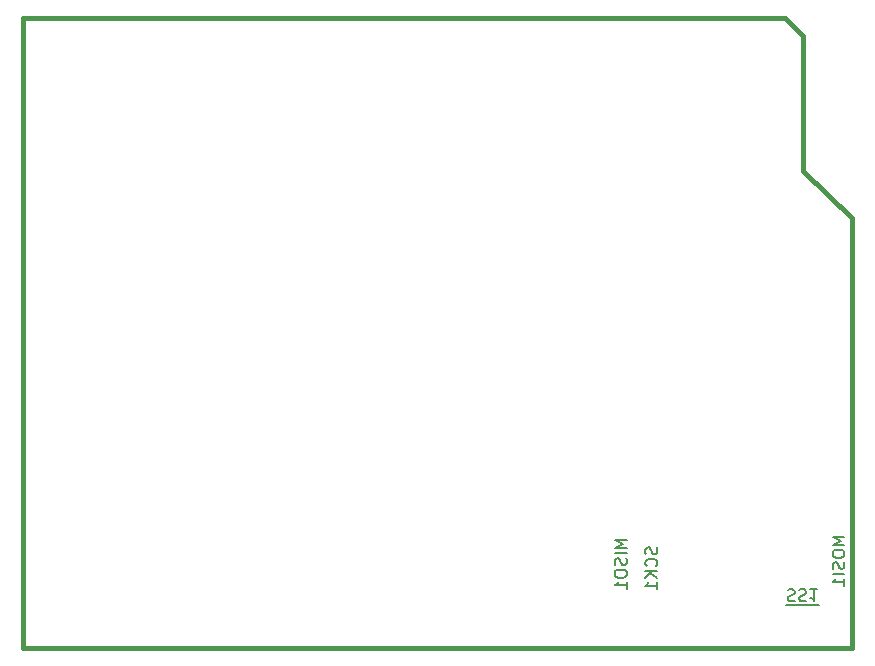
<source format=gbo>
G04 #@! TF.GenerationSoftware,KiCad,Pcbnew,5.1.0-rc1-unknown-6bb8fde~66~ubuntu16.04.1*
G04 #@! TF.CreationDate,2019-02-10T19:19:22+01:00
G04 #@! TF.ProjectId,arduino_unoPB,61726475-696e-46f5-9f75-6e6f50422e6b,rev?*
G04 #@! TF.SameCoordinates,Original*
G04 #@! TF.FileFunction,Legend,Bot*
G04 #@! TF.FilePolarity,Positive*
%FSLAX46Y46*%
G04 Gerber Fmt 4.6, Leading zero omitted, Abs format (unit mm)*
G04 Created by KiCad (PCBNEW 5.1.0-rc1-unknown-6bb8fde~66~ubuntu16.04.1) date 2019-02-10 19:19:22*
%MOMM*%
%LPD*%
G04 APERTURE LIST*
%ADD10C,0.150000*%
%ADD11C,0.400000*%
%ADD12R,1.727200X2.032000*%
%ADD13O,1.727200X2.032000*%
%ADD14C,4.064000*%
%ADD15R,2.032000X1.727200*%
%ADD16O,2.032000X1.727200*%
%ADD17R,1.727200X1.727200*%
%ADD18O,1.727200X1.727200*%
%ADD19C,1.524000*%
%ADD20C,2.700020*%
%ADD21O,0.950000X1.250000*%
%ADD22O,1.550000X1.000000*%
%ADD23C,1.700000*%
%ADD24C,0.550000*%
%ADD25R,2.235200X2.235200*%
%ADD26C,1.501140*%
%ADD27C,4.800600*%
%ADD28R,4.800600X4.800600*%
G04 APERTURE END LIST*
D10*
X180843180Y-110245780D02*
X179843180Y-110245780D01*
X180557466Y-110579114D01*
X179843180Y-110912447D01*
X180843180Y-110912447D01*
X179843180Y-111579114D02*
X179843180Y-111769590D01*
X179890800Y-111864828D01*
X179986038Y-111960066D01*
X180176514Y-112007685D01*
X180509847Y-112007685D01*
X180700323Y-111960066D01*
X180795561Y-111864828D01*
X180843180Y-111769590D01*
X180843180Y-111579114D01*
X180795561Y-111483876D01*
X180700323Y-111388638D01*
X180509847Y-111341019D01*
X180176514Y-111341019D01*
X179986038Y-111388638D01*
X179890800Y-111483876D01*
X179843180Y-111579114D01*
X180795561Y-112388638D02*
X180843180Y-112531495D01*
X180843180Y-112769590D01*
X180795561Y-112864828D01*
X180747942Y-112912447D01*
X180652704Y-112960066D01*
X180557466Y-112960066D01*
X180462228Y-112912447D01*
X180414609Y-112864828D01*
X180366990Y-112769590D01*
X180319371Y-112579114D01*
X180271752Y-112483876D01*
X180224133Y-112436257D01*
X180128895Y-112388638D01*
X180033657Y-112388638D01*
X179938419Y-112436257D01*
X179890800Y-112483876D01*
X179843180Y-112579114D01*
X179843180Y-112817209D01*
X179890800Y-112960066D01*
X180843180Y-113388638D02*
X179843180Y-113388638D01*
X180843180Y-114388638D02*
X180843180Y-113817209D01*
X180843180Y-114102923D02*
X179843180Y-114102923D01*
X179986038Y-114007685D01*
X180081276Y-113912447D01*
X180128895Y-113817209D01*
X175863428Y-116053200D02*
X176815809Y-116053200D01*
X176053904Y-114733438D02*
X176196761Y-114685819D01*
X176434857Y-114685819D01*
X176530095Y-114733438D01*
X176577714Y-114781057D01*
X176625333Y-114876295D01*
X176625333Y-114971533D01*
X176577714Y-115066771D01*
X176530095Y-115114390D01*
X176434857Y-115162009D01*
X176244380Y-115209628D01*
X176149142Y-115257247D01*
X176101523Y-115304866D01*
X176053904Y-115400104D01*
X176053904Y-115495342D01*
X176101523Y-115590580D01*
X176149142Y-115638200D01*
X176244380Y-115685819D01*
X176482476Y-115685819D01*
X176625333Y-115638200D01*
X176815809Y-116053200D02*
X177768190Y-116053200D01*
X177006285Y-114733438D02*
X177149142Y-114685819D01*
X177387238Y-114685819D01*
X177482476Y-114733438D01*
X177530095Y-114781057D01*
X177577714Y-114876295D01*
X177577714Y-114971533D01*
X177530095Y-115066771D01*
X177482476Y-115114390D01*
X177387238Y-115162009D01*
X177196761Y-115209628D01*
X177101523Y-115257247D01*
X177053904Y-115304866D01*
X177006285Y-115400104D01*
X177006285Y-115495342D01*
X177053904Y-115590580D01*
X177101523Y-115638200D01*
X177196761Y-115685819D01*
X177434857Y-115685819D01*
X177577714Y-115638200D01*
X177768190Y-116053200D02*
X178720571Y-116053200D01*
X178530095Y-114685819D02*
X177958666Y-114685819D01*
X178244380Y-114685819D02*
X178244380Y-115685819D01*
X178149142Y-115542961D01*
X178053904Y-115447723D01*
X177958666Y-115400104D01*
X164945961Y-111141095D02*
X164993580Y-111283952D01*
X164993580Y-111522047D01*
X164945961Y-111617285D01*
X164898342Y-111664904D01*
X164803104Y-111712523D01*
X164707866Y-111712523D01*
X164612628Y-111664904D01*
X164565009Y-111617285D01*
X164517390Y-111522047D01*
X164469771Y-111331571D01*
X164422152Y-111236333D01*
X164374533Y-111188714D01*
X164279295Y-111141095D01*
X164184057Y-111141095D01*
X164088819Y-111188714D01*
X164041200Y-111236333D01*
X163993580Y-111331571D01*
X163993580Y-111569666D01*
X164041200Y-111712523D01*
X164898342Y-112712523D02*
X164945961Y-112664904D01*
X164993580Y-112522047D01*
X164993580Y-112426809D01*
X164945961Y-112283952D01*
X164850723Y-112188714D01*
X164755485Y-112141095D01*
X164565009Y-112093476D01*
X164422152Y-112093476D01*
X164231676Y-112141095D01*
X164136438Y-112188714D01*
X164041200Y-112283952D01*
X163993580Y-112426809D01*
X163993580Y-112522047D01*
X164041200Y-112664904D01*
X164088819Y-112712523D01*
X164993580Y-113141095D02*
X163993580Y-113141095D01*
X164993580Y-113712523D02*
X164422152Y-113283952D01*
X163993580Y-113712523D02*
X164565009Y-113141095D01*
X164993580Y-114664904D02*
X164993580Y-114093476D01*
X164993580Y-114379190D02*
X163993580Y-114379190D01*
X164136438Y-114283952D01*
X164231676Y-114188714D01*
X164279295Y-114093476D01*
X162402780Y-110499780D02*
X161402780Y-110499780D01*
X162117066Y-110833114D01*
X161402780Y-111166447D01*
X162402780Y-111166447D01*
X162402780Y-111642638D02*
X161402780Y-111642638D01*
X162355161Y-112071209D02*
X162402780Y-112214066D01*
X162402780Y-112452161D01*
X162355161Y-112547400D01*
X162307542Y-112595019D01*
X162212304Y-112642638D01*
X162117066Y-112642638D01*
X162021828Y-112595019D01*
X161974209Y-112547400D01*
X161926590Y-112452161D01*
X161878971Y-112261685D01*
X161831352Y-112166447D01*
X161783733Y-112118828D01*
X161688495Y-112071209D01*
X161593257Y-112071209D01*
X161498019Y-112118828D01*
X161450400Y-112166447D01*
X161402780Y-112261685D01*
X161402780Y-112499780D01*
X161450400Y-112642638D01*
X161402780Y-113261685D02*
X161402780Y-113452161D01*
X161450400Y-113547400D01*
X161545638Y-113642638D01*
X161736114Y-113690257D01*
X162069447Y-113690257D01*
X162259923Y-113642638D01*
X162355161Y-113547400D01*
X162402780Y-113452161D01*
X162402780Y-113261685D01*
X162355161Y-113166447D01*
X162259923Y-113071209D01*
X162069447Y-113023590D01*
X161736114Y-113023590D01*
X161545638Y-113071209D01*
X161450400Y-113166447D01*
X161402780Y-113261685D01*
X162402780Y-114642638D02*
X162402780Y-114071209D01*
X162402780Y-114356923D02*
X161402780Y-114356923D01*
X161545638Y-114261685D01*
X161640876Y-114166447D01*
X161688495Y-114071209D01*
D11*
X175831500Y-66294000D02*
X111315500Y-66294000D01*
X181493160Y-83248500D02*
X177355500Y-79248000D01*
X177355500Y-79248000D02*
X177355500Y-67818000D01*
X177355500Y-67818000D02*
X175831500Y-66294000D01*
X181493160Y-83248500D02*
X181493160Y-119634000D01*
X111315500Y-119634000D02*
X181493160Y-119634000D01*
X111315500Y-66294000D02*
X111315500Y-119634000D01*
%LPC*%
D12*
X152971500Y-68834000D03*
D13*
X150431500Y-68834000D03*
X147891500Y-68834000D03*
X145351500Y-68834000D03*
X142811500Y-68834000D03*
X140271500Y-68834000D03*
X137731500Y-68834000D03*
X135191500Y-68834000D03*
X132651500Y-68834000D03*
X130111500Y-68834000D03*
X157045660Y-117094000D03*
X154505660Y-117094000D03*
X151965660Y-117094000D03*
X149425660Y-117094000D03*
X146885660Y-117094000D03*
X144345660Y-117094000D03*
X141805660Y-117094000D03*
D12*
X139265660Y-117094000D03*
D14*
X126555500Y-68834000D03*
X177355500Y-84074000D03*
D15*
X139773660Y-80137000D03*
D16*
X139773660Y-82677000D03*
X139773660Y-85217000D03*
X139773660Y-87757000D03*
X139773660Y-90297000D03*
X139773660Y-92837000D03*
D17*
X130883660Y-85979000D03*
D18*
X133423660Y-85979000D03*
X130883660Y-88519000D03*
X133423660Y-88519000D03*
X130883660Y-91059000D03*
X133423660Y-91059000D03*
X130883660Y-93599000D03*
X133423660Y-93599000D03*
X130883660Y-96139000D03*
X133423660Y-96139000D03*
D19*
X117929660Y-80264000D03*
X117929660Y-82804000D03*
X115930680Y-82804000D03*
X115930680Y-80264000D03*
D20*
X113230660Y-75534520D03*
X113230660Y-87533480D03*
D21*
X116825200Y-91225100D03*
X116825200Y-96225100D03*
D22*
X114125200Y-90225100D03*
X114125200Y-97225100D03*
D23*
X114075660Y-99537000D03*
X114075660Y-105187000D03*
D24*
X116225660Y-100362000D03*
X116225660Y-104360980D03*
D17*
X174952660Y-89154000D03*
D18*
X177492660Y-89154000D03*
X174952660Y-91694000D03*
X177492660Y-91694000D03*
X174952660Y-94234000D03*
X177492660Y-94234000D03*
D25*
X119707660Y-104902000D03*
D26*
X170337480Y-94162880D03*
X170337480Y-89281000D03*
D27*
X114574320Y-111315500D03*
D28*
X120670320Y-111315500D03*
D27*
X116860320Y-116395500D03*
D13*
X179778660Y-107505500D03*
X177238660Y-107505500D03*
X174698660Y-107505500D03*
X172158660Y-107505500D03*
X169618660Y-107505500D03*
X167078660Y-107505500D03*
X164538660Y-107505500D03*
D12*
X161998660Y-107505500D03*
D13*
X152981660Y-72517000D03*
X150441660Y-72517000D03*
X147901660Y-72517000D03*
X145361660Y-72517000D03*
X142821660Y-72517000D03*
X140281660Y-72517000D03*
X137741660Y-72517000D03*
X135201660Y-72517000D03*
X132661660Y-72517000D03*
D12*
X130121660Y-72517000D03*
X157045660Y-72517000D03*
D13*
X159585660Y-72517000D03*
X162125660Y-72517000D03*
X164665660Y-72517000D03*
X167205660Y-72517000D03*
X169745660Y-72517000D03*
X172285660Y-72517000D03*
X174825660Y-72517000D03*
D14*
X125295660Y-117094000D03*
X177365660Y-112014000D03*
X125295660Y-117094000D03*
X126565660Y-68834000D03*
D12*
X157045660Y-113474500D03*
D13*
X154505660Y-113474500D03*
X151965660Y-113474500D03*
X149425660Y-113474500D03*
X146885660Y-113474500D03*
X144345660Y-113474500D03*
X141805660Y-113474500D03*
X139265660Y-113474500D03*
X179895500Y-117094000D03*
X177355500Y-117094000D03*
X174815500Y-117094000D03*
X172275500Y-117094000D03*
X169735500Y-117094000D03*
X167195500Y-117094000D03*
X164655500Y-117094000D03*
D12*
X162115500Y-117094000D03*
X174825660Y-68834000D03*
D13*
X172285660Y-68834000D03*
X169745660Y-68834000D03*
X167205660Y-68834000D03*
X164665660Y-68834000D03*
X162125660Y-68834000D03*
X159585660Y-68834000D03*
X157045660Y-68834000D03*
M02*

</source>
